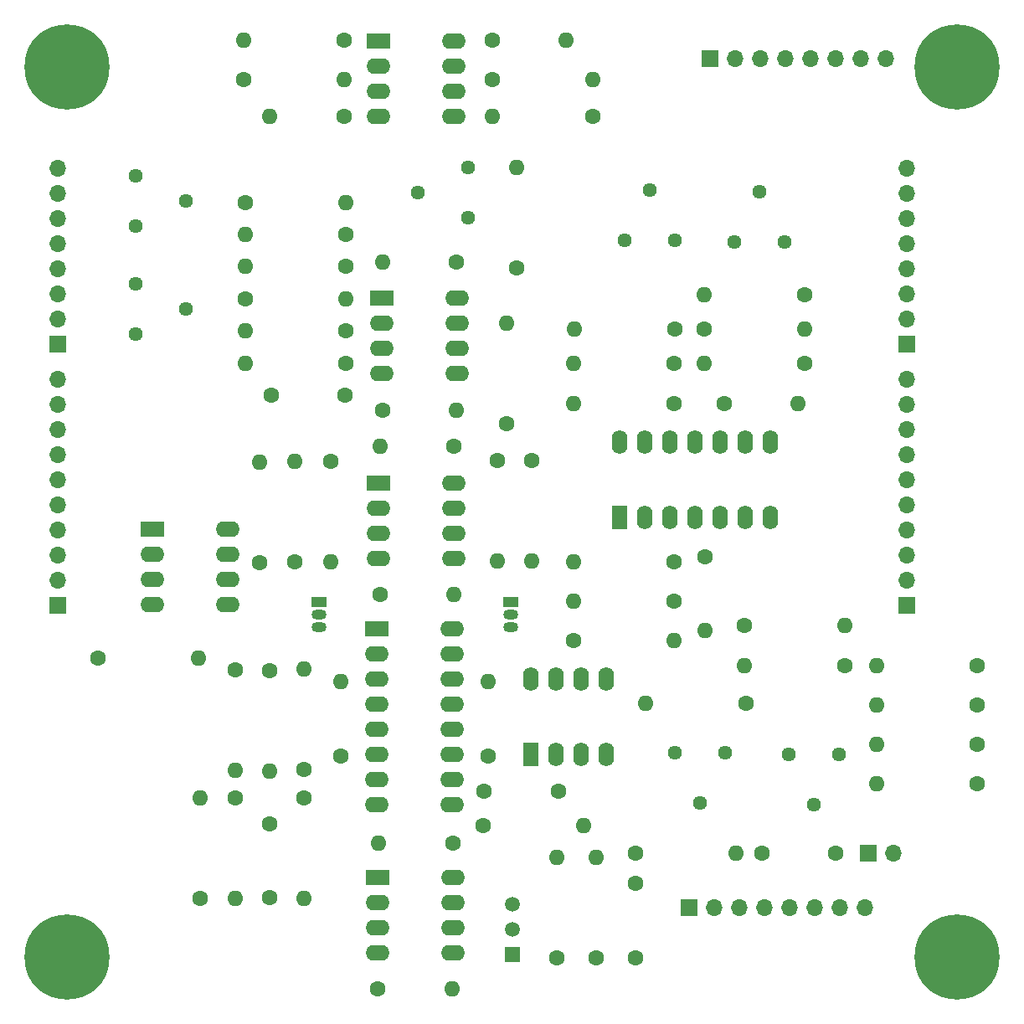
<source format=gbr>
%TF.GenerationSoftware,KiCad,Pcbnew,8.0.6*%
%TF.CreationDate,2024-12-08T11:54:58-05:00*%
%TF.ProjectId,SimpleSaw,53696d70-6c65-4536-9177-2e6b69636164,rev?*%
%TF.SameCoordinates,Original*%
%TF.FileFunction,Soldermask,Bot*%
%TF.FilePolarity,Negative*%
%FSLAX46Y46*%
G04 Gerber Fmt 4.6, Leading zero omitted, Abs format (unit mm)*
G04 Created by KiCad (PCBNEW 8.0.6) date 2024-12-08 11:54:58*
%MOMM*%
%LPD*%
G01*
G04 APERTURE LIST*
%ADD10C,1.600000*%
%ADD11O,1.600000X1.600000*%
%ADD12C,1.440000*%
%ADD13R,1.700000X1.700000*%
%ADD14O,1.700000X1.700000*%
%ADD15C,8.600000*%
%ADD16R,1.500000X1.500000*%
%ADD17C,1.500000*%
%ADD18R,2.400000X1.600000*%
%ADD19O,2.400000X1.600000*%
%ADD20R,1.600000X2.400000*%
%ADD21O,1.600000X2.400000*%
%ADD22R,1.500000X1.050000*%
%ADD23O,1.500000X1.050000*%
G04 APERTURE END LIST*
D10*
%TO.C,R38*%
X66500000Y-31500000D03*
D11*
X56340000Y-31500000D03*
%TD*%
D10*
%TO.C,C14*%
X47600000Y-74635000D03*
D11*
X47600000Y-67135000D03*
%TD*%
D12*
%TO.C,RV3*%
X45595000Y-15140000D03*
X40515000Y-17680000D03*
X45595000Y-20220000D03*
%TD*%
D10*
%TO.C,C16*%
X44000000Y-83500000D03*
D11*
X36500000Y-83500000D03*
%TD*%
D12*
%TO.C,RV4*%
X66460000Y-74345000D03*
X69000000Y-79425000D03*
X71540000Y-74345000D03*
%TD*%
D10*
%TO.C,R25*%
X62500000Y-84500000D03*
D11*
X72660000Y-84500000D03*
%TD*%
D10*
%TO.C,C12*%
X48000000Y-2250000D03*
D11*
X55500000Y-2250000D03*
%TD*%
D13*
%TO.C,J3*%
X89900000Y-33000000D03*
D14*
X89900000Y-30460000D03*
X89900000Y-27920000D03*
X89900000Y-25380000D03*
X89900000Y-22840000D03*
X89900000Y-20300000D03*
X89900000Y-17760000D03*
X89900000Y-15220000D03*
%TD*%
D15*
%TO.C,H1*%
X5000000Y-5000000D03*
%TD*%
D10*
%TO.C,R24*%
X47095000Y-81720000D03*
D11*
X57255000Y-81720000D03*
%TD*%
D10*
%TO.C,R17*%
X28000000Y-55000000D03*
D11*
X28000000Y-44840000D03*
%TD*%
D10*
%TO.C,R11*%
X33195000Y-34930000D03*
D11*
X23035000Y-34930000D03*
%TD*%
D10*
%TO.C,R33*%
X83660000Y-65500000D03*
D11*
X73500000Y-65500000D03*
%TD*%
D16*
%TO.C,Q4*%
X50035000Y-94760000D03*
D17*
X50035000Y-92220000D03*
X50035000Y-89680000D03*
%TD*%
D10*
%TO.C,R27*%
X22000000Y-78920000D03*
D11*
X22000000Y-89080000D03*
%TD*%
D10*
%TO.C,R6*%
X22840000Y-6250000D03*
D11*
X33000000Y-6250000D03*
%TD*%
D18*
%TO.C,U1*%
X36820000Y-28380000D03*
D19*
X36820000Y-30920000D03*
X36820000Y-33460000D03*
X36820000Y-36000000D03*
X44440000Y-36000000D03*
X44440000Y-33460000D03*
X44440000Y-30920000D03*
X44440000Y-28380000D03*
%TD*%
D10*
%TO.C,R40*%
X97080000Y-69500000D03*
D11*
X86920000Y-69500000D03*
%TD*%
D10*
%TO.C,R29*%
X56260000Y-63000000D03*
D11*
X66420000Y-63000000D03*
%TD*%
D10*
%TO.C,R26*%
X29000000Y-78920000D03*
D11*
X29000000Y-89080000D03*
%TD*%
D10*
%TO.C,R13*%
X52000000Y-44805000D03*
D11*
X52000000Y-54965000D03*
%TD*%
D15*
%TO.C,H2*%
X95000000Y-5000000D03*
%TD*%
D12*
%TO.C,RV5*%
X78000000Y-74500000D03*
X80540000Y-79580000D03*
X83080000Y-74500000D03*
%TD*%
D18*
%TO.C,U5*%
X36380000Y-86960000D03*
D19*
X36380000Y-89500000D03*
X36380000Y-92040000D03*
X36380000Y-94580000D03*
X44000000Y-94580000D03*
X44000000Y-92040000D03*
X44000000Y-89500000D03*
X44000000Y-86960000D03*
%TD*%
D10*
%TO.C,R5*%
X33000000Y-2250000D03*
D11*
X22840000Y-2250000D03*
%TD*%
D13*
%TO.C,J7*%
X4110000Y-33000000D03*
D14*
X4110000Y-30460000D03*
X4110000Y-27920000D03*
X4110000Y-25380000D03*
X4110000Y-22840000D03*
X4110000Y-20300000D03*
X4110000Y-17760000D03*
X4110000Y-15220000D03*
%TD*%
D10*
%TO.C,R3*%
X33195000Y-25180000D03*
D11*
X23035000Y-25180000D03*
%TD*%
D10*
%TO.C,R23*%
X25500000Y-66000000D03*
D11*
X25500000Y-76160000D03*
%TD*%
D10*
%TO.C,R12*%
X50440000Y-25340000D03*
D11*
X50440000Y-15180000D03*
%TD*%
D10*
%TO.C,C1*%
X33145000Y-38180000D03*
X25645000Y-38180000D03*
%TD*%
%TO.C,C5*%
X25500000Y-81500000D03*
X25500000Y-89000000D03*
%TD*%
%TO.C,C7*%
X36895000Y-39680000D03*
D11*
X44395000Y-39680000D03*
%TD*%
D10*
%TO.C,R43*%
X66420000Y-39000000D03*
D11*
X56260000Y-39000000D03*
%TD*%
D10*
%TO.C,C13*%
X44395000Y-24680000D03*
D11*
X36895000Y-24680000D03*
%TD*%
D13*
%TO.C,J5*%
X86000000Y-84500000D03*
D14*
X88540000Y-84500000D03*
%TD*%
D10*
%TO.C,R14*%
X48500000Y-44805000D03*
D11*
X48500000Y-54965000D03*
%TD*%
D10*
%TO.C,R37*%
X79580000Y-28000000D03*
D11*
X69420000Y-28000000D03*
%TD*%
D13*
%TO.C,J2*%
X67920000Y-90000000D03*
D14*
X70460000Y-90000000D03*
X73000000Y-90000000D03*
X75540000Y-90000000D03*
X78080000Y-90000000D03*
X80620000Y-90000000D03*
X83160000Y-90000000D03*
X85700000Y-90000000D03*
%TD*%
D10*
%TO.C,C4*%
X54675000Y-78220000D03*
X47175000Y-78220000D03*
%TD*%
%TO.C,R22*%
X58500000Y-95080000D03*
D11*
X58500000Y-84920000D03*
%TD*%
D10*
%TO.C,R41*%
X79580000Y-35000000D03*
D11*
X69420000Y-35000000D03*
%TD*%
D10*
%TO.C,R4*%
X23045000Y-28430000D03*
D11*
X33205000Y-28430000D03*
%TD*%
D10*
%TO.C,R35*%
X73500000Y-61500000D03*
D11*
X83660000Y-61500000D03*
%TD*%
D10*
%TO.C,C8*%
X32675000Y-74635000D03*
D11*
X32675000Y-67135000D03*
%TD*%
D13*
%TO.C,J6*%
X89900000Y-59436000D03*
D14*
X89900000Y-56896000D03*
X89900000Y-54356000D03*
X89900000Y-51816000D03*
X89900000Y-49276000D03*
X89900000Y-46736000D03*
X89900000Y-44196000D03*
X89900000Y-41656000D03*
X89900000Y-39116000D03*
X89900000Y-36576000D03*
%TD*%
D12*
%TO.C,RV7*%
X77540000Y-22655000D03*
X75000000Y-17575000D03*
X72460000Y-22655000D03*
%TD*%
D13*
%TO.C,J4*%
X4110000Y-59436000D03*
D14*
X4110000Y-56896000D03*
X4110000Y-54356000D03*
X4110000Y-51816000D03*
X4110000Y-49276000D03*
X4110000Y-46736000D03*
X4110000Y-44196000D03*
X4110000Y-41656000D03*
X4110000Y-39116000D03*
X4110000Y-36576000D03*
%TD*%
D10*
%TO.C,R39*%
X69420000Y-31500000D03*
D11*
X79580000Y-31500000D03*
%TD*%
D10*
%TO.C,R36*%
X97080000Y-73500000D03*
D11*
X86920000Y-73500000D03*
%TD*%
D10*
%TO.C,C9*%
X36645000Y-58335000D03*
D11*
X44145000Y-58335000D03*
%TD*%
D10*
%TO.C,C3*%
X82750000Y-84500000D03*
X75250000Y-84500000D03*
%TD*%
D18*
%TO.C,U3*%
X36350000Y-61845000D03*
D19*
X36350000Y-64385000D03*
X36350000Y-66925000D03*
X36350000Y-69465000D03*
X36350000Y-72005000D03*
X36350000Y-74545000D03*
X36350000Y-77085000D03*
X36350000Y-79625000D03*
X43970000Y-79625000D03*
X43970000Y-77085000D03*
X43970000Y-74545000D03*
X43970000Y-72005000D03*
X43970000Y-69465000D03*
X43970000Y-66925000D03*
X43970000Y-64385000D03*
X43970000Y-61845000D03*
%TD*%
D10*
%TO.C,R7*%
X48000000Y-6250000D03*
D11*
X58160000Y-6250000D03*
%TD*%
D10*
%TO.C,C6*%
X33000000Y-10000000D03*
D11*
X25500000Y-10000000D03*
%TD*%
D10*
%TO.C,R42*%
X66420000Y-35000000D03*
D11*
X56260000Y-35000000D03*
%TD*%
D10*
%TO.C,C2*%
X62500000Y-87580000D03*
X62500000Y-95080000D03*
%TD*%
%TO.C,R15*%
X31705000Y-44840000D03*
D11*
X31705000Y-55000000D03*
%TD*%
D18*
%TO.C,U2*%
X36500000Y-2380000D03*
D19*
X36500000Y-4920000D03*
X36500000Y-7460000D03*
X36500000Y-10000000D03*
X44120000Y-10000000D03*
X44120000Y-7460000D03*
X44120000Y-4920000D03*
X44120000Y-2380000D03*
%TD*%
D20*
%TO.C,U6*%
X51875000Y-74545000D03*
D21*
X54415000Y-74545000D03*
X56955000Y-74545000D03*
X59495000Y-74545000D03*
X59495000Y-66925000D03*
X56955000Y-66925000D03*
X54415000Y-66925000D03*
X51875000Y-66925000D03*
%TD*%
D10*
%TO.C,R44*%
X97000000Y-65500000D03*
D11*
X86840000Y-65500000D03*
%TD*%
D10*
%TO.C,R31*%
X97080000Y-77500000D03*
D11*
X86920000Y-77500000D03*
%TD*%
D12*
%TO.C,RV1*%
X11920000Y-21040000D03*
X17000000Y-18500000D03*
X11920000Y-15960000D03*
%TD*%
D22*
%TO.C,Q2*%
X30490000Y-59115000D03*
D23*
X30490000Y-60385000D03*
X30490000Y-61655000D03*
%TD*%
D15*
%TO.C,H4*%
X95000000Y-95000000D03*
%TD*%
D10*
%TO.C,C11*%
X71460000Y-39000000D03*
D11*
X78960000Y-39000000D03*
%TD*%
D10*
%TO.C,R2*%
X33195000Y-21930000D03*
D11*
X23035000Y-21930000D03*
%TD*%
D10*
%TO.C,R28*%
X54500000Y-95080000D03*
D11*
X54500000Y-84920000D03*
%TD*%
D22*
%TO.C,Q1*%
X49850000Y-59115000D03*
D23*
X49850000Y-60385000D03*
X49850000Y-61655000D03*
%TD*%
D18*
%TO.C,U4*%
X36525000Y-47085000D03*
D19*
X36525000Y-49625000D03*
X36525000Y-52165000D03*
X36525000Y-54705000D03*
X44145000Y-54705000D03*
X44145000Y-52165000D03*
X44145000Y-49625000D03*
X44145000Y-47085000D03*
%TD*%
D12*
%TO.C,RV2*%
X11920000Y-32040000D03*
X17000000Y-29500000D03*
X11920000Y-26960000D03*
%TD*%
D10*
%TO.C,R34*%
X73660000Y-69380000D03*
D11*
X63500000Y-69380000D03*
%TD*%
D10*
%TO.C,R32*%
X66420000Y-59000000D03*
D11*
X56260000Y-59000000D03*
%TD*%
D10*
%TO.C,C10*%
X36425000Y-98220000D03*
D11*
X43925000Y-98220000D03*
%TD*%
D18*
%TO.C,SW1*%
X13675000Y-51700000D03*
D19*
X13675000Y-54240000D03*
X13675000Y-56780000D03*
X13675000Y-59320000D03*
X21295000Y-59320000D03*
X21295000Y-56780000D03*
X21295000Y-54240000D03*
X21295000Y-51700000D03*
%TD*%
D10*
%TO.C,R16*%
X18500000Y-89080000D03*
D11*
X18500000Y-78920000D03*
%TD*%
D20*
%TO.C,U7*%
X60875000Y-50500000D03*
D21*
X63415000Y-50500000D03*
X65955000Y-50500000D03*
X68495000Y-50500000D03*
X71035000Y-50500000D03*
X73575000Y-50500000D03*
X76115000Y-50500000D03*
X76115000Y-42880000D03*
X73575000Y-42880000D03*
X71035000Y-42880000D03*
X68495000Y-42880000D03*
X65955000Y-42880000D03*
X63415000Y-42880000D03*
X60875000Y-42880000D03*
%TD*%
D15*
%TO.C,H3*%
X5000000Y-95000000D03*
%TD*%
D12*
%TO.C,RV6*%
X66500000Y-22500000D03*
X63960000Y-17420000D03*
X61420000Y-22500000D03*
%TD*%
D10*
%TO.C,C15*%
X44145000Y-43335000D03*
D11*
X36645000Y-43335000D03*
%TD*%
D10*
%TO.C,R9*%
X49500000Y-41080000D03*
D11*
X49500000Y-30920000D03*
%TD*%
D10*
%TO.C,R21*%
X28970000Y-76025000D03*
D11*
X28970000Y-65865000D03*
%TD*%
D10*
%TO.C,R8*%
X58160000Y-10000000D03*
D11*
X48000000Y-10000000D03*
%TD*%
D10*
%TO.C,R10*%
X33195000Y-31680000D03*
D11*
X23035000Y-31680000D03*
%TD*%
D10*
%TO.C,R1*%
X23045000Y-18680000D03*
D11*
X33205000Y-18680000D03*
%TD*%
D10*
%TO.C,R19*%
X8170000Y-64750000D03*
D11*
X18330000Y-64750000D03*
%TD*%
D10*
%TO.C,R18*%
X24500000Y-55080000D03*
D11*
X24500000Y-44920000D03*
%TD*%
D10*
%TO.C,R30*%
X66420000Y-55000000D03*
D11*
X56260000Y-55000000D03*
%TD*%
D13*
%TO.C,J1*%
X70000000Y-4110000D03*
D14*
X72540000Y-4110000D03*
X75080000Y-4110000D03*
X77620000Y-4110000D03*
X80160000Y-4110000D03*
X82700000Y-4110000D03*
X85240000Y-4110000D03*
X87780000Y-4110000D03*
%TD*%
D10*
%TO.C,C17*%
X69500000Y-54500000D03*
D11*
X69500000Y-62000000D03*
%TD*%
D10*
%TO.C,R20*%
X22000000Y-65920000D03*
D11*
X22000000Y-76080000D03*
%TD*%
M02*

</source>
